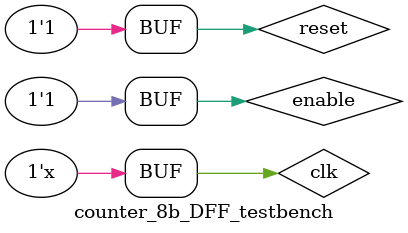
<source format=v>
`timescale 1ns / 1ps

module counter_8b_DFF_testbench();

    reg clk;
    reg reset;
    reg enable;
    wire [7:0] out;

    CounterDFF dut(clk,reset,enable,out);
    
    always #5 clk = !clk;
    
    initial begin
        clk <= 1;
        reset <= 1;
        enable <= 0;
        #200
        reset <= 0;
        enable <= 1;
        #200
        enable <= 0;
        #200
        enable <= 1;
        #200
        reset <= 1;
    end
    
endmodule

</source>
